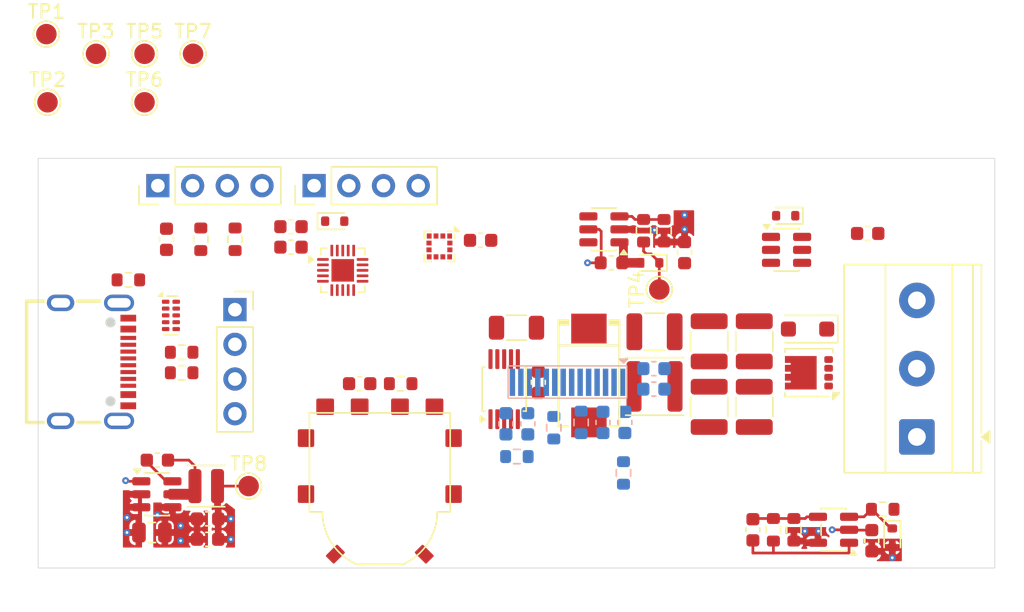
<source format=kicad_pcb>
(kicad_pcb
	(version 20241229)
	(generator "pcbnew")
	(generator_version "9.0")
	(general
		(thickness 1.6)
		(legacy_teardrops no)
	)
	(paper "A4")
	(layers
		(0 "F.Cu" signal)
		(4 "In1.Cu" signal)
		(6 "In2.Cu" signal)
		(2 "B.Cu" signal)
		(9 "F.Adhes" user "F.Adhesive")
		(11 "B.Adhes" user "B.Adhesive")
		(13 "F.Paste" user)
		(15 "B.Paste" user)
		(5 "F.SilkS" user "F.Silkscreen")
		(7 "B.SilkS" user "B.Silkscreen")
		(1 "F.Mask" user)
		(3 "B.Mask" user)
		(17 "Dwgs.User" user "User.Drawings")
		(19 "Cmts.User" user "User.Comments")
		(21 "Eco1.User" user "User.Eco1")
		(23 "Eco2.User" user "User.Eco2")
		(25 "Edge.Cuts" user)
		(27 "Margin" user)
		(31 "F.CrtYd" user "F.Courtyard")
		(29 "B.CrtYd" user "B.Courtyard")
		(35 "F.Fab" user)
		(33 "B.Fab" user)
		(39 "User.1" user)
		(41 "User.2" user)
		(43 "User.3" user)
		(45 "User.4" user)
	)
	(setup
		(stackup
			(layer "F.SilkS"
				(type "Top Silk Screen")
				(color "Black")
			)
			(layer "F.Paste"
				(type "Top Solder Paste")
			)
			(layer "F.Mask"
				(type "Top Solder Mask")
				(color "White")
				(thickness 0.01)
			)
			(layer "F.Cu"
				(type "copper")
				(thickness 0.035)
			)
			(layer "dielectric 1"
				(type "prepreg")
				(thickness 0.1)
				(material "FR4")
				(epsilon_r 4.5)
				(loss_tangent 0.02)
			)
			(layer "In1.Cu"
				(type "copper")
				(thickness 0.035)
			)
			(layer "dielectric 2"
				(type "core")
				(thickness 1.24)
				(material "FR4")
				(epsilon_r 4.5)
				(loss_tangent 0.02)
			)
			(layer "In2.Cu"
				(type "copper")
				(thickness 0.035)
			)
			(layer "dielectric 3"
				(type "prepreg")
				(thickness 0.1)
				(material "FR4")
				(epsilon_r 4.5)
				(loss_tangent 0.02)
			)
			(layer "B.Cu"
				(type "copper")
				(thickness 0.035)
			)
			(layer "B.Mask"
				(type "Bottom Solder Mask")
				(thickness 0.01)
			)
			(layer "B.Paste"
				(type "Bottom Solder Paste")
			)
			(layer "B.SilkS"
				(type "Bottom Silk Screen")
			)
			(copper_finish "None")
			(dielectric_constraints no)
		)
		(pad_to_mask_clearance 0)
		(allow_soldermask_bridges_in_footprints no)
		(tenting front back)
		(grid_origin 100.5 158.2)
		(pcbplotparams
			(layerselection 0x00000000_00000000_55555555_5755f5ff)
			(plot_on_all_layers_selection 0x00000000_00000000_00000000_00000000)
			(disableapertmacros no)
			(usegerberextensions no)
			(usegerberattributes yes)
			(usegerberadvancedattributes yes)
			(creategerberjobfile yes)
			(dashed_line_dash_ratio 12.000000)
			(dashed_line_gap_ratio 3.000000)
			(svgprecision 4)
			(plotframeref no)
			(mode 1)
			(useauxorigin no)
			(hpglpennumber 1)
			(hpglpenspeed 20)
			(hpglpendiameter 15.000000)
			(pdf_front_fp_property_popups yes)
			(pdf_back_fp_property_popups yes)
			(pdf_metadata yes)
			(pdf_single_document no)
			(dxfpolygonmode yes)
			(dxfimperialunits yes)
			(dxfusepcbnewfont yes)
			(psnegative no)
			(psa4output no)
			(plot_black_and_white yes)
			(sketchpadsonfab no)
			(plotpadnumbers no)
			(hidednponfab no)
			(sketchdnponfab yes)
			(crossoutdnponfab yes)
			(subtractmaskfromsilk no)
			(outputformat 1)
			(mirror no)
			(drillshape 1)
			(scaleselection 1)
			(outputdirectory "")
		)
	)
	(net 0 "")
	(net 1 "+3.3V")
	(net 2 "GND")
	(net 3 "VBUS")
	(net 4 "/BTN")
	(net 5 "/ENC_B")
	(net 6 "/TC_FB")
	(net 7 "/BOOTSEL")
	(net 8 "/SCL")
	(net 9 "/DISP_NRST")
	(net 10 "/SDA")
	(net 11 "/ENC_A")
	(net 12 "/BLUE")
	(net 13 "/D-")
	(net 14 "/HEATER_ON")
	(net 15 "/CC2")
	(net 16 "/CC1")
	(net 17 "/POW_ALERT")
	(net 18 "Net-(U5-SW)")
	(net 19 "Net-(U5-BST)")
	(net 20 "Net-(U6--)")
	(net 21 "Net-(U7-Vin-)")
	(net 22 "Net-(J3-Pin_13)")
	(net 23 "Net-(J3-Pin_2)")
	(net 24 "Net-(J3-Pin_1)")
	(net 25 "Net-(J1-SHIELD)")
	(net 26 "Net-(J3-Pin_4)")
	(net 27 "Net-(J3-Pin_3)")
	(net 28 "/RED")
	(net 29 "Net-(J3-Pin_14)")
	(net 30 "/JDP")
	(net 31 "/JDN")
	(net 32 "unconnected-(U3-NC-Pad6)")
	(net 33 "unconnected-(U3-NC-Pad10)")
	(net 34 "unconnected-(U3-NC-Pad7)")
	(net 35 "unconnected-(U3-NC-Pad9)")
	(net 36 "Net-(D4-K)")
	(net 37 "Net-(D1-K)")
	(net 38 "/VDRIVE")
	(net 39 "/NTC")
	(net 40 "Net-(D2-K)")
	(net 41 "Net-(D3-A)")
	(net 42 "unconnected-(J3-Pin_6-Pad6)")
	(net 43 "Net-(J3-Pin_9)")
	(net 44 "Net-(J3-Pin_12)")
	(net 45 "Net-(Q1-G)")
	(net 46 "Net-(U8-FB)")
	(net 47 "unconnected-(U1-INT1-Pad5)")
	(net 48 "unconnected-(U1-NC-Pad11)")
	(net 49 "unconnected-(U1-INT2-Pad6)")
	(net 50 "/PB0")
	(net 51 "/VDRIVE_ON")
	(net 52 "/PA2")
	(net 53 "/PA4")
	(net 54 "/PA3")
	(net 55 "/VTIP")
	(net 56 "unconnected-(U4-Pad0)")
	(net 57 "unconnected-(U4-Pad0)_1")
	(net 58 "unconnected-(U4-Pad0)_2")
	(net 59 "unconnected-(U4-Pad0)_3")
	(net 60 "unconnected-(U4-Pad0)_4")
	(net 61 "unconnected-(U4-Pad0)_5")
	(net 62 "unconnected-(U8-NC-Pad6)")
	(footprint "Capacitor_SMD:C_0603_1608Metric" (layer "F.Cu") (at 137.1 144.6 -90))
	(footprint "Connector_PinHeader_2.54mm:PinHeader_1x04_P2.54mm_Vertical" (layer "F.Cu") (at 109.26 130.2 90))
	(footprint "Capacitor_SMD:C_1210_3225Metric" (layer "F.Cu") (at 152.9 146.4 -90))
	(footprint "Capacitor_SMD:C_0603_1608Metric" (layer "F.Cu") (at 119 133.2 180))
	(footprint "TestPoint:TestPoint_Pad_D1.5mm" (layer "F.Cu") (at 111.834073 120.542546))
	(footprint "Capacitor_SMD:C_0603_1608Metric" (layer "F.Cu") (at 112.9 154.6 180))
	(footprint "Inductor_SMD:L_0603_1608Metric" (layer "F.Cu") (at 142.45 135.85))
	(footprint "Package_SON:USON-10_2.5x1.0mm_P0.5mm" (layer "F.Cu") (at 110.215 139.7))
	(footprint "Capacitor_SMD:C_0603_1608Metric" (layer "F.Cu") (at 147.8 135.1 90))
	(footprint "Package_SON:VSON-8_3.3x3.3mm_P0.65mm_NexFET" (layer "F.Cu") (at 156.9 143.9 180))
	(footprint "Diode_SMD:D_SOD-523" (layer "F.Cu") (at 163 156 -90))
	(footprint "Resistor_SMD:R_0603_1608Metric" (layer "F.Cu") (at 155.8 155.4 -90))
	(footprint "Capacitor_SMD:C_1210_3225Metric" (layer "F.Cu") (at 145.6 140.9))
	(footprint "Resistor_SMD:R_0603_1608Metric" (layer "F.Cu") (at 111 143.9))
	(footprint "Inductor_SMD:L_Changjiang_FTC252012S" (layer "F.Cu") (at 112.8 152.2))
	(footprint "TestPoint:TestPoint_Pad_D1.5mm" (layer "F.Cu") (at 145.95 137.8 90))
	(footprint "Package_TO_SOT_SMD:SOT-23-5" (layer "F.Cu") (at 158.7 155.4 180))
	(footprint "Resistor_SMD:R_0603_1608Metric" (layer "F.Cu") (at 144.8 133.5 90))
	(footprint "TestPoint:TestPoint_Pad_D1.5mm" (layer "F.Cu") (at 101.184073 124.092546))
	(footprint "Resistor_SMD:R_0603_1608Metric" (layer "F.Cu") (at 127.025 144.7 180))
	(footprint "Capacitor_SMD:C_0603_1608Metric" (layer "F.Cu") (at 161.2 133.7))
	(footprint "Package_SO:VSSOP-10_3x3mm_P0.5mm" (layer "F.Cu") (at 134.6 145.1 90))
	(footprint "Custom:USB-C-SMD_U263-163N-4GS1735" (layer "F.Cu") (at 104.61675 143.1 -90))
	(footprint "Diode_SMD:D_SOD-523" (layer "F.Cu") (at 122.2 132.8))
	(footprint "TestPoint:TestPoint_Pad_D1.5mm" (layer "F.Cu") (at 104.734073 120.542546))
	(footprint "Package_TO_SOT_SMD:SOT-23-6" (layer "F.Cu") (at 155.2625 134.9))
	(footprint "MountingHole:MountingHole_2.2mm_M2_DIN965" (layer "F.Cu") (at 103.5 131.2))
	(footprint "Diode_SMD:D_SOD-123F" (layer "F.Cu") (at 156.8 140.7 180))
	(footprint "MountingHole:MountingHole_2.2mm_M2_DIN965" (layer "F.Cu") (at 167.5 155.2))
	(footprint "Resistor_SMD:R_0603_1608Metric" (layer "F.Cu") (at 162.3 153.9 180))
	(footprint "TestPoint:TestPoint_Pad_D1.5mm" (layer "F.Cu") (at 115.9 152.2))
	(footprint "TestPoint:TestPoint_Pad_D1.5mm" (layer "F.Cu") (at 101.1 119.1))
	(footprint "Capacitor_SMD:C_0603_1608Metric" (layer "F.Cu") (at 112.9 156.1 180))
	(footprint "Diode_SMD:D_SOD-523" (layer "F.Cu") (at 145.25 135.85 180))
	(footprint "Capacitor_SMD:C_1210_3225Metric" (layer "F.Cu") (at 152.9 141.6 90))
	(footprint "MountingHole:MountingHole_2.2mm_M2_DIN965" (layer "F.Cu") (at 103.5 155.2))
	(footprint "Package_DFN_QFN:QFN-20-1EP_3x3mm_P0.4mm_EP1.65x1.65mm" (layer "F.Cu") (at 122.7875 136.4))
	(footprint "TestPoint:TestPoint_Pad_D1.5mm" (layer "F.Cu") (at 108.284073 124.092546))
	(footprint "Package_LGA:LGA-12_2x2mm_P0.5mm" (layer "F.Cu") (at 129.8625 134.65 -90))
	(footprint "Custom:SIQ-02FVS3_Rotary_Encoder" (layer "F.Cu") (at 125.5 154.086131 180))
	(footprint "Connector_PinHeader_2.54mm:PinHeader_1x04_P2.54mm_Vertical" (layer "F.Cu") (at 120.69 130.2 90))
	(footprint "Custom:CP-SMD_L7.3-W4.3-FD" (layer "F.Cu") (at 140.8 144.1 -90))
	(footprint "Capacitor_SMD:C_0603_1608Metric" (layer "F.Cu") (at 132.875 134.2 180))
	(footprint "Resistor_SMD:R_0603_1608Metric" (layer "F.Cu") (at 112.4 134.125 90))
	(footprint "Capacitor_SMD:C_0603_1608Metric" (layer "F.Cu") (at 119 134.7 180))
	(footprint "Capacitor_SMD:C_1210_3225Metric" (layer "F.Cu") (at 149.6 141.6 90))
	(footprint "Capacitor_SMD:C_0603_1608Metric"
		(layer "F.Cu")
		(uuid "b378319c-8579-42ad-9408-936648baf673")
		(at 161.5 156.2 -90)
		(descr "Capacitor SMD 0603 (1608 Metric), square (rectangular) end te
... [152981 chars truncated]
</source>
